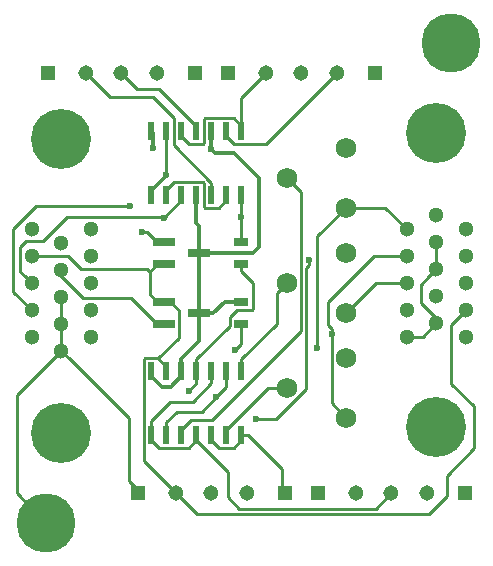
<source format=gtl>
G04 #@! TF.FileFunction,Copper,L1,Top,Signal*
%FSLAX46Y46*%
G04 Gerber Fmt 4.6, Leading zero omitted, Abs format (unit mm)*
G04 Created by KiCad (PCBNEW 4.0.5) date 2017 January 18, Wednesday 00:08:16*
%MOMM*%
%LPD*%
G01*
G04 APERTURE LIST*
%ADD10C,0.100000*%
%ADD11C,5.000000*%
%ADD12R,1.300000X0.700000*%
%ADD13R,0.600000X1.500000*%
%ADD14R,1.900000X0.800000*%
%ADD15C,1.750060*%
%ADD16C,5.080000*%
%ADD17C,1.300000*%
%ADD18C,1.305560*%
%ADD19R,1.305560X1.305560*%
%ADD20C,0.600000*%
%ADD21C,0.370000*%
%ADD22C,0.250000*%
G04 APERTURE END LIST*
D10*
D11*
X63500000Y-29210000D03*
X29210000Y-69850000D03*
D12*
X45720000Y-51120000D03*
X45720000Y-53020000D03*
X45720000Y-47940000D03*
X45720000Y-46040000D03*
D13*
X38100000Y-62390000D03*
X39370000Y-62390000D03*
X40640000Y-62390000D03*
X41910000Y-62390000D03*
X43180000Y-62390000D03*
X44450000Y-62390000D03*
X45720000Y-62390000D03*
X45720000Y-56990000D03*
X44450000Y-56990000D03*
X43180000Y-56990000D03*
X41910000Y-56990000D03*
X40640000Y-56990000D03*
X39370000Y-56990000D03*
X38100000Y-56990000D03*
X38100000Y-42070000D03*
X39370000Y-42070000D03*
X40640000Y-42070000D03*
X41910000Y-42070000D03*
X43180000Y-42070000D03*
X44450000Y-42070000D03*
X45720000Y-42070000D03*
X45720000Y-36670000D03*
X44450000Y-36670000D03*
X43180000Y-36670000D03*
X41910000Y-36670000D03*
X40640000Y-36670000D03*
X39370000Y-36670000D03*
X38100000Y-36670000D03*
D14*
X39140000Y-51120000D03*
X39140000Y-53020000D03*
X42140000Y-52070000D03*
X39140000Y-46040000D03*
X39140000Y-47940000D03*
X42140000Y-46990000D03*
D15*
X54569360Y-43139360D03*
X49570640Y-40640000D03*
X54569360Y-38140640D03*
X54569360Y-60919360D03*
X49570640Y-58420000D03*
X54569360Y-55920640D03*
X54569360Y-52029360D03*
X49570640Y-49530000D03*
X54569360Y-47030640D03*
D16*
X62230000Y-36830000D03*
D17*
X59715400Y-49517300D03*
X59715400Y-47231300D03*
X59715400Y-44940220D03*
X59715400Y-51810920D03*
X59715400Y-54099460D03*
X62230000Y-50665380D03*
X62230000Y-48376840D03*
X62230000Y-46085760D03*
X62230000Y-43794680D03*
D16*
X62230000Y-61722000D03*
D17*
X62230000Y-52956460D03*
X64747140Y-44940220D03*
X64747140Y-47231300D03*
X64744600Y-49519840D03*
X64747140Y-51810920D03*
X64747140Y-54099460D03*
D16*
X30480000Y-62230000D03*
D17*
X32994600Y-49542700D03*
X32994600Y-51828700D03*
X32994600Y-54119780D03*
X32994600Y-47249080D03*
X32994600Y-44960540D03*
X30480000Y-48394620D03*
X30480000Y-50683160D03*
X30480000Y-52974240D03*
X30480000Y-55265320D03*
D16*
X30480000Y-37338000D03*
D17*
X30480000Y-46103540D03*
X27962860Y-54119780D03*
X27962860Y-51828700D03*
X27965400Y-49540160D03*
X27962860Y-47249080D03*
X27962860Y-44960540D03*
D18*
X40180260Y-67310000D03*
X43180000Y-67310000D03*
X46179740Y-67310000D03*
D19*
X36931600Y-67310000D03*
X49428400Y-67310000D03*
D18*
X38559740Y-31750000D03*
X35560000Y-31750000D03*
X32560260Y-31750000D03*
D19*
X41808400Y-31750000D03*
X29311600Y-31750000D03*
D18*
X53799740Y-31750000D03*
X50800000Y-31750000D03*
X47800260Y-31750000D03*
D19*
X57048400Y-31750000D03*
X44551600Y-31750000D03*
D18*
X55420260Y-67310000D03*
X58420000Y-67310000D03*
X61419740Y-67310000D03*
D19*
X52171600Y-67310000D03*
X64668400Y-67310000D03*
D20*
X38227000Y-38100000D03*
X43180000Y-38227000D03*
X36247637Y-43021435D03*
X37328038Y-45182236D03*
X53355447Y-53832545D03*
X52132108Y-55010693D03*
X43599995Y-59182000D03*
X45720000Y-43942000D03*
X39123901Y-44036099D03*
X45153293Y-55235010D03*
X41275000Y-58674000D03*
X51435000Y-47625000D03*
X46990000Y-61087000D03*
X39370000Y-40350000D03*
D21*
X42140000Y-46990000D02*
X46707592Y-46990000D01*
X46707592Y-46990000D02*
X47244000Y-46453592D01*
X47244000Y-46453592D02*
X47244000Y-40640000D01*
X47244000Y-40640000D02*
X45130999Y-38526999D01*
X45130999Y-38526999D02*
X43479999Y-38526999D01*
X43479999Y-38526999D02*
X43180000Y-38227000D01*
X42140000Y-46990000D02*
X42140000Y-52070000D01*
X42140000Y-46990000D02*
X42140000Y-44678373D01*
X42140000Y-44678373D02*
X41910000Y-44448373D01*
X41910000Y-44448373D02*
X41910000Y-42070000D01*
X42140000Y-52070000D02*
X42140000Y-54432787D01*
X42140000Y-54432787D02*
X40640000Y-55932787D01*
X40640000Y-55932787D02*
X40640000Y-56990000D01*
X40640000Y-56990000D02*
X40640000Y-57440000D01*
X40640000Y-57440000D02*
X39756281Y-58323719D01*
X39756281Y-58323719D02*
X38983719Y-58323719D01*
X38983719Y-58323719D02*
X38100000Y-57440000D01*
X38100000Y-57440000D02*
X38100000Y-56990000D01*
X45720000Y-51120000D02*
X45420000Y-51120000D01*
X38227000Y-38100000D02*
X38227000Y-36797000D01*
X38227000Y-36797000D02*
X38100000Y-36670000D01*
X43180000Y-36670000D02*
X43180000Y-38227000D01*
X44820000Y-51120000D02*
X45720000Y-51120000D01*
X44290000Y-51120000D02*
X44820000Y-51120000D01*
X43340000Y-52070000D02*
X44290000Y-51120000D01*
X42140000Y-52070000D02*
X43340000Y-52070000D01*
D22*
X30480000Y-48394620D02*
X30480000Y-48937233D01*
X30480000Y-48937233D02*
X32302198Y-50759431D01*
X38590000Y-53020000D02*
X39140000Y-53020000D01*
X32302198Y-50759431D02*
X36329431Y-50759431D01*
X36329431Y-50759431D02*
X38590000Y-53020000D01*
X40180260Y-67310000D02*
X40186363Y-67310000D01*
X40186363Y-67310000D02*
X41960865Y-69084502D01*
X41960865Y-69084502D02*
X61605746Y-69084502D01*
X61605746Y-69084502D02*
X63095509Y-67594739D01*
X63095509Y-67594739D02*
X63095509Y-65864551D01*
X65417771Y-63542289D02*
X65417771Y-59962196D01*
X63095509Y-65864551D02*
X65417771Y-63542289D01*
X65417771Y-59962196D02*
X63505054Y-58049479D01*
X63505054Y-58049479D02*
X63505054Y-53053006D01*
X63505054Y-53053006D02*
X64747140Y-51810920D01*
X37474999Y-64604999D02*
X37475259Y-64604999D01*
X37475259Y-64604999D02*
X40180260Y-67310000D01*
X37474999Y-64604999D02*
X37474999Y-55979999D01*
X37474999Y-55979999D02*
X37539999Y-55914999D01*
X37539999Y-55914999D02*
X38660001Y-55914999D01*
X27962860Y-47249080D02*
X31035082Y-47249080D01*
X31035082Y-47249080D02*
X32140037Y-48354035D01*
X32140037Y-48354035D02*
X37704035Y-48354035D01*
X37704035Y-48354035D02*
X37940000Y-48590000D01*
X39690000Y-51120000D02*
X39140000Y-51120000D01*
X40415001Y-51845001D02*
X39690000Y-51120000D01*
X40415001Y-54159999D02*
X40415001Y-51845001D01*
X38660001Y-55914999D02*
X40415001Y-54159999D01*
X39285002Y-56540000D02*
X38660001Y-55914999D01*
X39370000Y-56540000D02*
X39285002Y-56540000D01*
X39370000Y-56990000D02*
X39370000Y-56540000D01*
X39140000Y-51120000D02*
X38590000Y-51120000D01*
X37940000Y-50470000D02*
X37940000Y-48590000D01*
X38590000Y-51120000D02*
X37940000Y-50470000D01*
X37940000Y-48590000D02*
X38590000Y-47940000D01*
X38590000Y-47940000D02*
X39140000Y-47940000D01*
X26396925Y-44940891D02*
X28316381Y-43021435D01*
X27962860Y-51828700D02*
X26396925Y-50262765D01*
X35823373Y-43021435D02*
X36247637Y-43021435D01*
X28316381Y-43021435D02*
X35823373Y-43021435D01*
X26396925Y-50262765D02*
X26396925Y-44940891D01*
X37732236Y-45182236D02*
X37328038Y-45182236D01*
X38590000Y-46040000D02*
X37732236Y-45182236D01*
X39140000Y-46040000D02*
X38590000Y-46040000D01*
X54569360Y-52029360D02*
X57081420Y-49517300D01*
X57081420Y-49517300D02*
X59715400Y-49517300D01*
X59715400Y-47231300D02*
X56958418Y-47231300D01*
X53355447Y-53408281D02*
X53355447Y-53832545D01*
X56958418Y-47231300D02*
X53060364Y-51129354D01*
X53060364Y-51129354D02*
X53060364Y-53113198D01*
X53060364Y-53113198D02*
X53355447Y-53408281D01*
X53355447Y-59705447D02*
X53355447Y-54256809D01*
X53355447Y-54256809D02*
X53355447Y-53832545D01*
X54569360Y-60919360D02*
X53355447Y-59705447D01*
X52132108Y-54586429D02*
X52132108Y-55010693D01*
X52132108Y-45576612D02*
X52132108Y-54586429D01*
X54569360Y-43139360D02*
X52132108Y-45576612D01*
X54569360Y-43139360D02*
X57914540Y-43139360D01*
X57914540Y-43139360D02*
X59715400Y-44940220D01*
X62230000Y-52956460D02*
X62230000Y-52491136D01*
X62230000Y-52491136D02*
X60947979Y-51209115D01*
X60947979Y-51209115D02*
X60947979Y-49658861D01*
X60947979Y-49658861D02*
X61630561Y-48976279D01*
X61630561Y-48976279D02*
X62230000Y-48376840D01*
X30480000Y-55265320D02*
X26710001Y-59035319D01*
X26710001Y-59035319D02*
X26710001Y-67350001D01*
X26710001Y-67350001D02*
X29210000Y-69850000D01*
X30480000Y-52974240D02*
X30480000Y-50683160D01*
X37180000Y-67310000D02*
X36180511Y-66310511D01*
X36180511Y-66310511D02*
X36180511Y-60965831D01*
X36180511Y-60965831D02*
X31079439Y-55864759D01*
X31079439Y-55864759D02*
X30480000Y-55265320D01*
X43599995Y-59182000D02*
X42361919Y-60420076D01*
X44450000Y-58331995D02*
X43599995Y-59182000D01*
X39370000Y-61320696D02*
X39370000Y-62390000D01*
X44450000Y-56990000D02*
X44450000Y-58331995D01*
X40270620Y-60420076D02*
X39370000Y-61320696D01*
X42361919Y-60420076D02*
X40270620Y-60420076D01*
X45720000Y-46040000D02*
X45720000Y-43942000D01*
X45720000Y-42070000D02*
X45720000Y-43942000D01*
X43180000Y-62390000D02*
X43180000Y-62840000D01*
X43180000Y-62840000D02*
X43805001Y-63465001D01*
X43805001Y-63465001D02*
X45094999Y-63465001D01*
X45720000Y-62840000D02*
X45720000Y-62390000D01*
X45094999Y-63465001D02*
X45720000Y-62840000D01*
X49180000Y-67310000D02*
X49180000Y-65300000D01*
X49180000Y-65300000D02*
X46270000Y-62390000D01*
X46270000Y-62390000D02*
X45720000Y-62390000D01*
X62230000Y-46085760D02*
X62230000Y-48376840D01*
X30480000Y-55265320D02*
X30480000Y-52974240D01*
X59715400Y-54099460D02*
X61087000Y-54099460D01*
X61087000Y-54099460D02*
X62230000Y-52956460D01*
X39123901Y-44036099D02*
X39067941Y-43980139D01*
X39067941Y-43980139D02*
X30920764Y-43980139D01*
X30920764Y-43980139D02*
X28887809Y-46013094D01*
X28887809Y-46013094D02*
X27495326Y-46013094D01*
X27495326Y-46013094D02*
X26983788Y-46524632D01*
X26983788Y-46524632D02*
X26983788Y-48558548D01*
X26983788Y-48558548D02*
X27365961Y-48940721D01*
X27365961Y-48940721D02*
X27965400Y-49540160D01*
X40640000Y-42070000D02*
X40640000Y-42520000D01*
X40640000Y-42520000D02*
X39123901Y-44036099D01*
X45453292Y-54935011D02*
X45153293Y-55235010D01*
X45720000Y-54668303D02*
X45453292Y-54935011D01*
X45720000Y-53020000D02*
X45720000Y-54668303D01*
X41910000Y-56990000D02*
X41910000Y-58039000D01*
X41910000Y-58039000D02*
X41275000Y-58674000D01*
X46695001Y-49515001D02*
X45720000Y-48540000D01*
X46695001Y-51730001D02*
X46695001Y-49515001D01*
X45359997Y-51795001D02*
X46630001Y-51795001D01*
X46630001Y-51795001D02*
X46695001Y-51730001D01*
X45720000Y-48540000D02*
X45720000Y-47940000D01*
X44744999Y-53155001D02*
X44744999Y-52409999D01*
X41910000Y-55990000D02*
X44744999Y-53155001D01*
X44744999Y-52409999D02*
X45359997Y-51795001D01*
X41910000Y-56990000D02*
X41910000Y-55990000D01*
X40640000Y-61940000D02*
X40640000Y-62390000D01*
X41469351Y-61110649D02*
X40640000Y-61940000D01*
X43234353Y-61110649D02*
X41469351Y-61110649D01*
X50770671Y-53574331D02*
X43234353Y-61110649D01*
X50770671Y-41840031D02*
X50770671Y-53574331D01*
X49570640Y-40640000D02*
X50770671Y-41840031D01*
X49570640Y-58420000D02*
X47970000Y-58420000D01*
X47970000Y-58420000D02*
X44450000Y-61940000D01*
X44450000Y-61940000D02*
X44450000Y-62390000D01*
X49570640Y-49530000D02*
X48695611Y-50405029D01*
X48695611Y-50405029D02*
X48695611Y-53014389D01*
X48695611Y-53014389D02*
X45720000Y-55990000D01*
X45720000Y-55990000D02*
X45720000Y-56990000D01*
X44578068Y-65508068D02*
X41910000Y-62840000D01*
X45544243Y-68634491D02*
X44578068Y-67668316D01*
X57095509Y-68634491D02*
X45544243Y-68634491D01*
X44578068Y-67668316D02*
X44578068Y-65508068D01*
X58420000Y-67310000D02*
X57095509Y-68634491D01*
X43180000Y-56990000D02*
X43180000Y-57990000D01*
X41588467Y-59581533D02*
X39706534Y-59581533D01*
X43180000Y-57990000D02*
X41588467Y-59581533D01*
X39706534Y-59581533D02*
X38100000Y-61188067D01*
X38100000Y-61188067D02*
X38100000Y-62390000D01*
X41910000Y-62840000D02*
X41910000Y-62390000D01*
X38100000Y-62390000D02*
X38100000Y-62840000D01*
X38100000Y-62840000D02*
X38725001Y-63465001D01*
X38725001Y-63465001D02*
X41284999Y-63465001D01*
X41284999Y-63465001D02*
X41910000Y-62840000D01*
X53800000Y-31750000D02*
X47804999Y-37745001D01*
X47804999Y-37745001D02*
X45075001Y-37745001D01*
X44450000Y-37120000D02*
X44450000Y-36670000D01*
X45075001Y-37745001D02*
X44450000Y-37120000D01*
X40640000Y-37120000D02*
X40640000Y-36670000D01*
X41265001Y-37745001D02*
X40640000Y-37120000D01*
X42535001Y-35679997D02*
X42535001Y-37680001D01*
X42470001Y-37745001D02*
X41265001Y-37745001D01*
X42535001Y-37680001D02*
X42470001Y-37745001D01*
X42619999Y-35594999D02*
X42535001Y-35679997D01*
X45094999Y-35594999D02*
X42619999Y-35594999D01*
X45720000Y-36220000D02*
X45094999Y-35594999D01*
X45720000Y-36670000D02*
X45720000Y-36220000D01*
X47800000Y-31750000D02*
X45720000Y-33830000D01*
X45720000Y-33830000D02*
X45720000Y-36670000D01*
X35560000Y-31750000D02*
X36884491Y-33074491D01*
X36884491Y-33074491D02*
X38764491Y-33074491D01*
X38764491Y-33074491D02*
X41910000Y-36220000D01*
X41910000Y-36220000D02*
X41910000Y-36670000D01*
X38227000Y-33782000D02*
X39995001Y-35550001D01*
X39995001Y-35550001D02*
X39995001Y-37883588D01*
X39995001Y-37883588D02*
X43180000Y-41068587D01*
X43180000Y-41068587D02*
X43180000Y-41070000D01*
X43180000Y-41070000D02*
X43180000Y-42070000D01*
X32560000Y-31750000D02*
X34592000Y-33782000D01*
X34592000Y-33782000D02*
X38227000Y-33782000D01*
X51435000Y-47625000D02*
X51435000Y-48049264D01*
X51220682Y-58546005D02*
X48679687Y-61087000D01*
X51220682Y-48263582D02*
X51220682Y-58546005D01*
X48679687Y-61087000D02*
X46990000Y-61087000D01*
X51435000Y-48049264D02*
X51220682Y-48263582D01*
X38100000Y-42070000D02*
X38100000Y-41620000D01*
X38100000Y-41620000D02*
X39370000Y-40350000D01*
X39370000Y-40350000D02*
X39370000Y-37670000D01*
X39370000Y-37670000D02*
X39370000Y-36670000D01*
X43824999Y-43145001D02*
X44450000Y-42520000D01*
X44450000Y-42520000D02*
X44450000Y-42070000D01*
X39370000Y-42070000D02*
X39370000Y-41620000D01*
X39370000Y-41620000D02*
X39995001Y-40994999D01*
X39995001Y-40994999D02*
X42470001Y-40994999D01*
X42470001Y-40994999D02*
X42535001Y-41059999D01*
X42535001Y-41059999D02*
X42535001Y-43060003D01*
X42535001Y-43060003D02*
X42619999Y-43145001D01*
X42619999Y-43145001D02*
X43824999Y-43145001D01*
M02*

</source>
